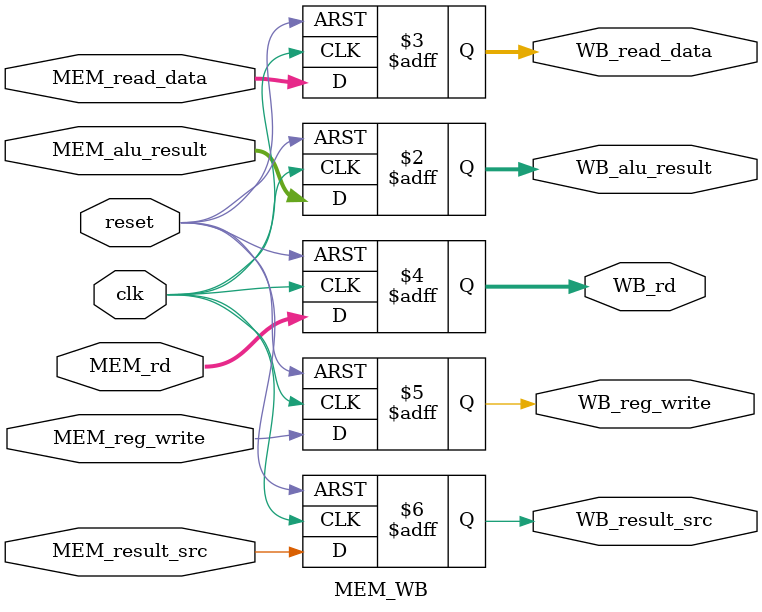
<source format=sv>
module MEM_WB (
    input logic clk,
    input logic reset,

    // DATAPATH
    input  wire [31:0] MEM_alu_result,
    input  wire [31:0] MEM_read_data,
    input  wire [4:0]  MEM_rd,

    // CONTROL
    input  wire MEM_reg_write,
    input  wire MEM_result_src,

    // OUTPUT DATAPATH
    output reg  [31:0] WB_alu_result,
    output reg  [31:0] WB_read_data,
    output reg  [4:0]  WB_rd,

    // OUTPUT CONTROL
    output reg  WB_reg_write,
    output reg  WB_result_src
);

always @(posedge clk or posedge reset) begin
    if (reset) begin
        WB_alu_result <= 32'b0;
        WB_read_data  <= 32'b0;
        WB_rd         <= 5'b0;

        WB_reg_write  <= 1'b0;
        WB_result_src <= 1'b0;
    end
    else begin
        WB_alu_result <= MEM_alu_result;
        WB_read_data  <= MEM_read_data;
        WB_rd         <= MEM_rd;

        WB_reg_write  <= MEM_reg_write;
        WB_result_src <= MEM_result_src;
    end
end

endmodule

</source>
